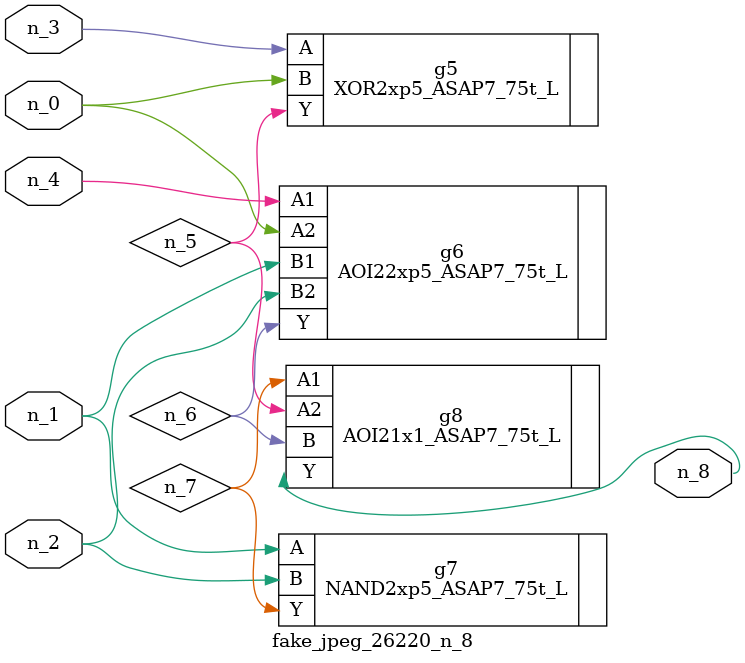
<source format=v>
module fake_jpeg_26220_n_8 (n_3, n_2, n_1, n_0, n_4, n_8);

input n_3;
input n_2;
input n_1;
input n_0;
input n_4;

output n_8;

wire n_6;
wire n_5;
wire n_7;

XOR2xp5_ASAP7_75t_L g5 ( 
.A(n_3),
.B(n_0),
.Y(n_5)
);

AOI22xp5_ASAP7_75t_L g6 ( 
.A1(n_4),
.A2(n_0),
.B1(n_1),
.B2(n_2),
.Y(n_6)
);

NAND2xp5_ASAP7_75t_L g7 ( 
.A(n_1),
.B(n_2),
.Y(n_7)
);

AOI21x1_ASAP7_75t_L g8 ( 
.A1(n_7),
.A2(n_5),
.B(n_6),
.Y(n_8)
);


endmodule
</source>
